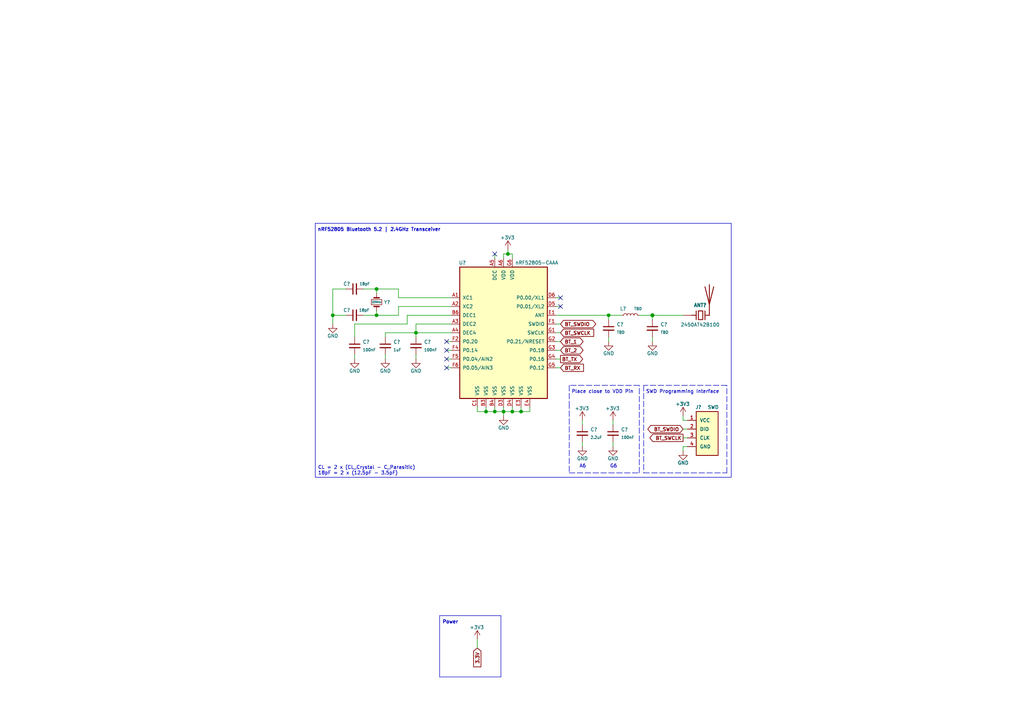
<source format=kicad_sch>
(kicad_sch (version 20201015) (generator eeschema)
  (paper "A4")
  (title_block (title "nRF52805 Bluetooth 5.2 SoC") (date "2020-10-20") (rev "1") (company "Drawn by: Hojadurdy Durdygylyjov") (comment 1 "nRF52805 Bluetooth 5.2 | 2.4GHz Transceiver") (comment 2 "CC Attribution-ShareAlike 4.0 International"))
  (lib_symbols
    (symbol "Device:C_Small" (pin_numbers hide) (pin_names (offset 0.254) hide)
      (property "Reference" "C" (at 0.254 1.778 0))
      (property "Value" "C_Small" (at 0.254 -2.032 0))
      (symbol "C_Small_0_1"
        (polyline (pts (xy -1.524 -0.508) (xy 1.524 -0.508)) (stroke (width 0.3302)))
        (polyline (pts (xy -1.524 0.508) (xy 1.524 0.508)) (stroke (width 0.3048)))
      )
      (symbol "C_Small_1_1"
        (pin passive line (at 0 2.54 270) (length 2.032) (name "~") (number "1"))
        (pin passive line (at 0 -2.54 90) (length 2.032) (name "~") (number "2"))
      )
    )
    (symbol "HD_LibDB:Antenna_Chip" (pin_numbers hide) (pin_names (offset 1.016) hide)
      (property "Reference" "ANT" (at -5.08 6.35 0))
      (property "Value" "Antenna_Chip" (at -5.08 4.445 0))
      (symbol "Antenna_Chip_0_1"
        (polyline (pts (xy -2.54 0) (xy -1.27 0)) (stroke (width 0.254)))
        (polyline (pts (xy -2.54 8.89) (xy -2.54 0)) (stroke (width 0.254)))
        (polyline (pts (xy 1.27 0) (xy 2.54 0)) (stroke (width 0.254)))
        (polyline (pts (xy 1.27 1.27) (xy 1.27 -1.27)) (stroke (width 0.254)))
        (polyline (pts (xy -1.27 1.27) (xy -1.27 -1.27) (xy -1.27 0)) (stroke (width 0.254)))
        (polyline (pts (xy -1.27 8.255) (xy -2.54 3.175) (xy -3.81 8.255)) (stroke (width 0.254)))
        (polyline (pts (xy -0.635 1.27) (xy 0.635 1.27) (xy 0.635 -1.27) (xy -0.635 -1.27) (xy -0.635 1.27)) (stroke (width 0.254)))
      )
      (symbol "Antenna_Chip_1_1"
        (pin passive line (at 5.08 0 180) (length 2.54) (name "FEED") (number "1"))
      )
    )
    (symbol "HD_LibDB:SWD" (pin_names (offset 1.016))
      (property "Reference" "J" (at -2.54 8.89 0))
      (property "Value" "SWD" (at 1.27 8.89 0))
      (symbol "SWD_0_1"
        (rectangle (start -2.54 7.62) (end 3.81 -5.08) (stroke (width 0.254)) (fill (type background)))
      )
      (symbol "SWD_1_1"
        (pin power_in line (at -5.08 5.08 0) (length 2.54) (name "VCC") (number "1"))
        (pin bidirectional line (at -5.08 2.54 0) (length 2.54) (name "DIO") (number "2"))
        (pin bidirectional line (at -5.08 0 0) (length 2.54) (name "CLK") (number "3"))
        (pin power_in line (at -5.08 -2.54 0) (length 2.54) (name "GND") (number "4"))
      )
    )
    (symbol "HD_LibDB:nRF52805-CAAA" (pin_names (offset 0.762))
      (property "Reference" "U" (at -12.7 20.32 0))
      (property "Value" "nRF52805-CAAA" (at 3.81 20.32 0))
      (symbol "nRF52805-CAAA_0_0"
        (pin input line (at -15.24 10.16 0) (length 2.54) (name "XC1") (number "A1"))
        (pin input line (at -15.24 7.62 0) (length 2.54) (name "XC2") (number "A2"))
        (pin passive line (at -15.24 2.54 0) (length 2.54) (name "DEC2") (number "A3"))
        (pin passive line (at -15.24 0 0) (length 2.54) (name "DEC4") (number "A4"))
        (pin power_out line (at -2.54 21.59 270) (length 2.54) (name "DCC") (number "A5"))
        (pin power_in line (at 0 21.59 270) (length 2.54) (name "VDD") (number "A6"))
        (pin power_in line (at -5.08 -21.59 90) (length 2.54) (name "VSS") (number "B3"))
        (pin power_in line (at -2.54 -21.59 90) (length 2.54) (name "VSS") (number "B4"))
        (pin passive line (at -15.24 5.08 0) (length 2.54) (name "DEC1") (number "B6"))
        (pin power_in line (at -7.62 -21.59 90) (length 2.54) (name "VSS") (number "C1"))
        (pin power_in line (at 0 -21.59 90) (length 2.54) (name "VSS") (number "D3"))
        (pin power_in line (at 2.54 -21.59 90) (length 2.54) (name "VSS") (number "D4"))
        (pin bidirectional line (at 15.24 7.62 180) (length 2.54) (name "P0.01/XL2") (number "D5"))
        (pin bidirectional line (at 15.24 10.16 180) (length 2.54) (name "P0.00/XL1") (number "D6"))
        (pin bidirectional line (at 15.24 5.08 180) (length 2.54) (name "ANT") (number "E1"))
        (pin power_in line (at 5.08 -21.59 90) (length 2.54) (name "VSS") (number "E3"))
        (pin power_in line (at 7.62 -21.59 90) (length 2.54) (name "VSS") (number "E4"))
        (pin bidirectional line (at 15.24 2.54 180) (length 2.54) (name "SWDIO") (number "F1"))
        (pin bidirectional line (at -15.24 -2.54 0) (length 2.54) (name "P0.20") (number "F2"))
        (pin bidirectional line (at -15.24 -5.08 0) (length 2.54) (name "P0.14") (number "F4"))
        (pin bidirectional line (at -15.24 -7.62 0) (length 2.54) (name "P0.04/AIN2") (number "F5"))
        (pin bidirectional line (at -15.24 -10.16 0) (length 2.54) (name "P0.05/AIN3") (number "F6"))
        (pin input line (at 15.24 0 180) (length 2.54) (name "SWCLK") (number "G1"))
        (pin bidirectional line (at 15.24 -2.54 180) (length 2.54) (name "P0.21/NRESET") (number "G2"))
        (pin bidirectional line (at 15.24 -5.08 180) (length 2.54) (name "P0.18") (number "G3"))
        (pin bidirectional line (at 15.24 -7.62 180) (length 2.54) (name "P0.16") (number "G4"))
        (pin bidirectional line (at 15.24 -10.16 180) (length 2.54) (name "P0.12") (number "G5"))
        (pin power_in line (at 2.54 21.59 270) (length 2.54) (name "VDD") (number "G6"))
      )
      (symbol "nRF52805-CAAA_0_1"
        (rectangle (start -12.7 19.05) (end 12.7 -19.05) (stroke (width 0.3)) (fill (type background)))
      )
    )
    (symbol "HD_LibSym:+3.3V_1" (power) (pin_names (offset 0))
      (property "Value" "+3.3V" (at 0 3.556 0))
      (symbol "+3.3V_1_0_1"
        (polyline (pts (xy -0.762 1.27) (xy 0 2.54)))
        (polyline (pts (xy 0 0) (xy 0 2.54)))
        (polyline (pts (xy 0 2.54) (xy 0.762 1.27)))
      )
      (symbol "+3.3V_1_1_1"
        (pin power_in line (at 0 0 90) (length 0) hide (name "+3V3") (number "1"))
      )
    )
    (symbol "HD_LibSym:Crystal_Small" (pin_numbers hide) (pin_names (offset 1.016) hide)
      (property "Reference" "Y" (at 0 5.08 0))
      (property "Value" "Crystal_Small" (at 0 3.175 0))
      (symbol "Crystal_Small_0_1"
        (rectangle (start -0.762 -1.524) (end 0.762 1.524))
        (polyline (pts (xy -1.27 -0.762) (xy -1.27 0.762)) (stroke (width 0.381)))
        (polyline (pts (xy 1.27 -0.762) (xy 1.27 0.762)) (stroke (width 0.381)))
      )
      (symbol "Crystal_Small_1_1"
        (pin passive line (at -2.54 0 0) (length 1.27) (name "1") (number "1"))
        (pin passive line (at 2.54 0 180) (length 1.27) (name "3") (number "3"))
      )
    )
    (symbol "HD_LibSym:L_Small" (pin_numbers hide) (pin_names (offset 0.254) hide)
      (property "Reference" "L" (at 0.762 1.016 0))
      (property "Value" "L_Small" (at 0.762 -1.016 0))
      (symbol "L_Small_0_1"
        (arc (start 0 -2.032) (end 0 -1.016) (radius (at 0 -1.524) (length 0.508) (angles -89.9 89.9)) (stroke (width 0.15)))
        (arc (start 0 -1.016) (end 0 0) (radius (at 0 -0.508) (length 0.508) (angles -89.9 89.9)) (stroke (width 0.15)))
        (arc (start 0 0) (end 0 1.016) (radius (at 0 0.508) (length 0.508) (angles -89.9 89.9)) (stroke (width 0.15)))
        (arc (start 0 1.016) (end 0 2.032) (radius (at 0 1.524) (length 0.508) (angles -89.9 89.9)) (stroke (width 0.15)))
      )
      (symbol "L_Small_1_1"
        (pin passive line (at 0 2.54 270) (length 0.508) (name "~") (number "1"))
        (pin passive line (at 0 -2.54 90) (length 0.508) (name "~") (number "2"))
      )
    )
    (symbol "power:GND" (power) (pin_names (offset 0))
      (property "Value" "GND" (at 0 -3.81 0))
      (symbol "GND_0_1"
        (polyline (pts (xy 0 0) (xy 0 -1.27) (xy 1.27 -1.27) (xy 0 -2.54) (xy -1.27 -1.27) (xy 0 -1.27)))
      )
      (symbol "GND_1_1"
        (pin power_in line (at 0 0 270) (length 0) hide (name "GND") (number "1"))
      )
    )
  )
  (junction (at 96.52 91.44) (diameter 0.9144))
  (junction (at 109.22 83.82) (diameter 0.9144))
  (junction (at 109.22 91.44) (diameter 0.9144))
  (junction (at 120.65 96.52) (diameter 0.9144))
  (junction (at 140.97 119.38) (diameter 0.9144))
  (junction (at 143.51 119.38) (diameter 0.9144))
  (junction (at 146.05 119.38) (diameter 0.9144))
  (junction (at 147.32 73.66) (diameter 0.9144))
  (junction (at 148.59 119.38) (diameter 0.9144))
  (junction (at 151.13 119.38) (diameter 0.9144))
  (junction (at 176.53 91.44) (diameter 0.9144))
  (junction (at 189.23 91.44) (diameter 1.016))
  (no_connect (at 129.54 101.6))
  (no_connect (at 129.54 104.14))
  (no_connect (at 162.56 86.36))
  (no_connect (at 129.54 99.06))
  (no_connect (at 129.54 106.68))
  (no_connect (at 162.56 88.9))
  (no_connect (at 143.51 73.66))
  (wire (pts (xy 96.52 83.82) (xy 96.52 91.44)))
  (wire (pts (xy 96.52 91.44) (xy 96.52 93.98)))
  (wire (pts (xy 96.52 91.44) (xy 100.33 91.44)))
  (wire (pts (xy 100.33 83.82) (xy 96.52 83.82)))
  (wire (pts (xy 102.87 93.98) (xy 118.11 93.98)))
  (wire (pts (xy 102.87 97.79) (xy 102.87 93.98)))
  (wire (pts (xy 102.87 102.87) (xy 102.87 104.14)))
  (wire (pts (xy 105.41 83.82) (xy 109.22 83.82)))
  (wire (pts (xy 105.41 91.44) (xy 109.22 91.44)))
  (wire (pts (xy 109.22 83.82) (xy 115.57 83.82)))
  (wire (pts (xy 109.22 85.09) (xy 109.22 83.82)))
  (wire (pts (xy 109.22 90.17) (xy 109.22 91.44)))
  (wire (pts (xy 111.76 96.52) (xy 120.65 96.52)))
  (wire (pts (xy 111.76 97.79) (xy 111.76 96.52)))
  (wire (pts (xy 111.76 102.87) (xy 111.76 104.14)))
  (wire (pts (xy 115.57 83.82) (xy 115.57 86.36)))
  (wire (pts (xy 115.57 86.36) (xy 130.81 86.36)))
  (wire (pts (xy 115.57 88.9) (xy 115.57 91.44)))
  (wire (pts (xy 115.57 88.9) (xy 130.81 88.9)))
  (wire (pts (xy 115.57 91.44) (xy 109.22 91.44)))
  (wire (pts (xy 118.11 91.44) (xy 130.81 91.44)))
  (wire (pts (xy 118.11 93.98) (xy 118.11 91.44)))
  (wire (pts (xy 120.65 93.98) (xy 120.65 96.52)))
  (wire (pts (xy 120.65 96.52) (xy 120.65 97.79)))
  (wire (pts (xy 120.65 96.52) (xy 130.81 96.52)))
  (wire (pts (xy 120.65 102.87) (xy 120.65 104.14)))
  (wire (pts (xy 129.54 99.06) (xy 130.81 99.06)))
  (wire (pts (xy 129.54 101.6) (xy 130.81 101.6)))
  (wire (pts (xy 129.54 104.14) (xy 130.81 104.14)))
  (wire (pts (xy 129.54 106.68) (xy 130.81 106.68)))
  (wire (pts (xy 130.81 93.98) (xy 120.65 93.98)))
  (wire (pts (xy 138.43 118.11) (xy 138.43 119.38)))
  (wire (pts (xy 138.43 119.38) (xy 140.97 119.38)))
  (wire (pts (xy 138.43 185.42) (xy 138.43 187.96)))
  (wire (pts (xy 140.97 118.11) (xy 140.97 119.38)))
  (wire (pts (xy 140.97 119.38) (xy 143.51 119.38)))
  (wire (pts (xy 143.51 73.66) (xy 143.51 74.93)))
  (wire (pts (xy 143.51 118.11) (xy 143.51 119.38)))
  (wire (pts (xy 143.51 119.38) (xy 146.05 119.38)))
  (wire (pts (xy 146.05 73.66) (xy 146.05 74.93)))
  (wire (pts (xy 146.05 118.11) (xy 146.05 119.38)))
  (wire (pts (xy 146.05 119.38) (xy 146.05 120.65)))
  (wire (pts (xy 146.05 119.38) (xy 148.59 119.38)))
  (wire (pts (xy 147.32 72.39) (xy 147.32 73.66)))
  (wire (pts (xy 147.32 73.66) (xy 146.05 73.66)))
  (wire (pts (xy 148.59 73.66) (xy 147.32 73.66)))
  (wire (pts (xy 148.59 73.66) (xy 148.59 74.93)))
  (wire (pts (xy 148.59 118.11) (xy 148.59 119.38)))
  (wire (pts (xy 148.59 119.38) (xy 151.13 119.38)))
  (wire (pts (xy 151.13 118.11) (xy 151.13 119.38)))
  (wire (pts (xy 151.13 119.38) (xy 153.67 119.38)))
  (wire (pts (xy 153.67 119.38) (xy 153.67 118.11)))
  (wire (pts (xy 161.29 86.36) (xy 162.56 86.36)))
  (wire (pts (xy 161.29 88.9) (xy 162.56 88.9)))
  (wire (pts (xy 161.29 91.44) (xy 176.53 91.44)))
  (wire (pts (xy 161.29 93.98) (xy 162.56 93.98)))
  (wire (pts (xy 161.29 96.52) (xy 162.56 96.52)))
  (wire (pts (xy 161.29 99.06) (xy 162.56 99.06)))
  (wire (pts (xy 161.29 101.6) (xy 162.56 101.6)))
  (wire (pts (xy 161.29 104.14) (xy 162.56 104.14)))
  (wire (pts (xy 161.29 106.68) (xy 162.56 106.68)))
  (wire (pts (xy 168.91 121.92) (xy 168.91 123.19)))
  (wire (pts (xy 168.91 128.27) (xy 168.91 129.54)))
  (wire (pts (xy 176.53 92.71) (xy 176.53 91.44)))
  (wire (pts (xy 176.53 97.79) (xy 176.53 99.06)))
  (wire (pts (xy 177.8 121.92) (xy 177.8 123.19)))
  (wire (pts (xy 177.8 128.27) (xy 177.8 129.54)))
  (wire (pts (xy 180.34 91.44) (xy 176.53 91.44)))
  (wire (pts (xy 185.42 91.44) (xy 189.23 91.44)))
  (wire (pts (xy 189.23 91.44) (xy 189.23 92.71)))
  (wire (pts (xy 189.23 91.44) (xy 198.12 91.44)))
  (wire (pts (xy 189.23 97.79) (xy 189.23 99.06)))
  (wire (pts (xy 198.12 121.92) (xy 198.12 120.65)))
  (wire (pts (xy 198.12 124.46) (xy 199.39 124.46)))
  (wire (pts (xy 198.12 127) (xy 199.39 127)))
  (wire (pts (xy 198.12 129.54) (xy 198.12 130.81)))
  (wire (pts (xy 199.39 121.92) (xy 198.12 121.92)))
  (wire (pts (xy 199.39 129.54) (xy 198.12 129.54)))
  (polyline (pts (xy 91.44 64.77) (xy 91.44 138.43)) (stroke (width 0) (type solid)))
  (polyline (pts (xy 91.44 64.77) (xy 212.09 64.77)) (stroke (width 0) (type solid)))
  (polyline (pts (xy 127.508 178.562) (xy 127.508 196.342)) (stroke (width 0.152) (type solid)))
  (polyline (pts (xy 127.508 196.342) (xy 145.288 196.342)) (stroke (width 0.152) (type solid)))
  (polyline (pts (xy 145.288 178.562) (xy 127.508 178.562)) (stroke (width 0.152) (type solid)))
  (polyline (pts (xy 145.288 178.562) (xy 145.288 196.342)) (stroke (width 0.152) (type solid)))
  (polyline (pts (xy 165.1 111.76) (xy 165.1 116.84)) (stroke (width 0) (type dash)))
  (polyline (pts (xy 165.1 116.84) (xy 165.1 137.16)) (stroke (width 0) (type dash)))
  (polyline (pts (xy 165.1 137.16) (xy 185.42 137.16)) (stroke (width 0) (type dash)))
  (polyline (pts (xy 185.42 111.76) (xy 165.1 111.76)) (stroke (width 0) (type dash)))
  (polyline (pts (xy 185.42 137.16) (xy 185.42 111.76)) (stroke (width 0) (type dash)))
  (polyline (pts (xy 186.69 111.76) (xy 186.69 137.16)) (stroke (width 0) (type dash)))
  (polyline (pts (xy 186.69 137.16) (xy 210.82 137.16)) (stroke (width 0) (type dash)))
  (polyline (pts (xy 210.82 111.76) (xy 186.69 111.76)) (stroke (width 0) (type dash)))
  (polyline (pts (xy 210.82 137.16) (xy 210.82 111.76)) (stroke (width 0) (type dash)))
  (polyline (pts (xy 212.09 64.77) (xy 212.09 138.43)) (stroke (width 0) (type solid)))
  (polyline (pts (xy 212.09 138.43) (xy 91.44 138.43)) (stroke (width 0) (type solid)))
  (text "nRF52805 Bluetooth 5.2 | 2.4GHz Transceiver" (at 92.075 67.31 0) (effects (font (size 1 1) (thickness 0.2) bold) (justify left bottom)))
  (text "CL = 2 x (CL_Crystal - C_Parasitic)\n18pF = 2 x (12.5pF - 3.5pF)" (at 92.202 137.922 0) (effects (font (size 1 1)) (justify left bottom)))
  (text "Power" (at 128.27 181.102 0) (effects (font (size 1 1) (thickness 0.2) bold) (justify left bottom)))
  (text "Place close to VDD Pin" (at 165.735 114.3 0) (effects (font (size 1 1)) (justify left bottom)))
  (text "A6" (at 168.021 135.89 0) (effects (font (size 1 1)) (justify left bottom)))
  (text "G6" (at 176.911 135.89 0) (effects (font (size 1 1)) (justify left bottom)))
  (text "SWD Programming Interface" (at 187.325 114.3 0) (effects (font (size 1 1)) (justify left bottom)))
  (global_label "3.3V" (shape input) (at 138.43 187.96 270) (property "Intersheet References" "${INTERSHEET_REFS}" (effects hide)) (effects (font (size 1 1) (thickness 0.2) bold)))
  (global_label "BT_SWDIO" (shape bidirectional) (at 162.56 93.98 0) (property "Intersheet References" "${INTERSHEET_REFS}" (effects hide)) (effects (font (size 1 1) (thickness 0.2) bold)))
  (global_label "BT_SWCLK" (shape input) (at 162.56 96.52 0) (property "Intersheet References" "${INTERSHEET_REFS}" (effects hide)) (effects (font (size 1 1) (thickness 0.2) bold)))
  (global_label "BT_1" (shape bidirectional) (at 162.56 99.06 0) (property "Intersheet References" "${INTERSHEET_REFS}" (effects hide)) (effects (font (size 1 1) (thickness 0.2) bold)))
  (global_label "BT_2" (shape bidirectional) (at 162.56 101.6 0) (property "Intersheet References" "${INTERSHEET_REFS}" (effects hide)) (effects (font (size 1 1) (thickness 0.2) bold)))
  (global_label "BT_TX" (shape output) (at 162.56 104.14 0) (property "Intersheet References" "${INTERSHEET_REFS}" (effects hide)) (effects (font (size 1 1) (thickness 0.2) bold)))
  (global_label "BT_RX" (shape input) (at 162.56 106.68 0) (property "Intersheet References" "${INTERSHEET_REFS}" (effects hide)) (effects (font (size 1 1) (thickness 0.2) bold)))
  (global_label "BT_SWDIO" (shape bidirectional) (at 198.12 124.46 180) (property "Intersheet References" "${INTERSHEET_REFS}" (effects hide)) (effects (font (size 1 1) (thickness 0.2) bold)))
  (global_label "BT_SWCLK" (shape output) (at 198.12 127 180) (property "Intersheet References" "${INTERSHEET_REFS}" (effects hide)) (effects (font (size 1 1) (thickness 0.2) bold)))
  (symbol (lib_id "HD_LibSym:L_Small") (at 182.88 91.44 270) (mirror x) (unit 1)
    (property "Reference" "L?" (at 180.721 89.535 90) (effects (font (size 1 1))))
    (property "Value" "TBD" (at 185.039 89.535 90) (effects (font (size 0.8 0.8))))
    (property "Footprint" "Inductor_SMD:L_0201_0603Metric" (effects hide))
  )
  (symbol (lib_name "HD_LibSym:+3.3V_1") (lib_id "HD_LibSym:+3.3V") (at 138.43 185.42 0) (unit 1)
    (property "Reference" "#PWR?" (effects hide))
    (property "Value" "+3.3V" (at 138.2903 181.9479 0) (effects (font (size 1 1))))
  )
  (symbol (lib_name "HD_LibSym:+3.3V_1") (lib_id "HD_LibSym:+3.3V") (at 147.32 72.39 0) (unit 1)
    (property "Reference" "#PWR?" (effects hide))
    (property "Value" "+3.3V" (at 147.1803 68.9179 0) (effects (font (size 1 1))))
  )
  (symbol (lib_name "HD_LibSym:+3.3V_1") (lib_id "HD_LibSym:+3.3V") (at 168.91 121.92 0) (unit 1)
    (property "Reference" "#PWR?" (effects hide))
    (property "Value" "+3.3V" (at 168.7703 118.4479 0) (effects (font (size 1 1))))
  )
  (symbol (lib_name "HD_LibSym:+3.3V_1") (lib_id "HD_LibSym:+3.3V") (at 177.8 121.92 0) (unit 1)
    (property "Reference" "#PWR?" (effects hide))
    (property "Value" "+3.3V" (at 177.6603 118.4479 0) (effects (font (size 1 1))))
  )
  (symbol (lib_name "HD_LibSym:+3.3V_1") (lib_id "HD_LibSym:+3.3V") (at 198.12 120.65 0) (unit 1)
    (property "Reference" "#PWR?" (effects hide))
    (property "Value" "+3.3V" (at 197.9803 117.1779 0) (effects (font (size 1 1))))
  )
  (symbol (lib_id "power:GND") (at 96.52 93.98 0) (mirror y) (unit 1)
    (property "Reference" "#PWR?" (effects hide))
    (property "Value" "GND" (at 96.533 97.415 0) (effects (font (size 1 1))))
  )
  (symbol (lib_id "power:GND") (at 102.87 104.14 0) (mirror y) (unit 1)
    (property "Reference" "#PWR?" (effects hide))
    (property "Value" "GND" (at 102.883 107.575 0) (effects (font (size 1 1))))
  )
  (symbol (lib_id "power:GND") (at 111.76 104.14 0) (mirror y) (unit 1)
    (property "Reference" "#PWR?" (effects hide))
    (property "Value" "GND" (at 111.773 107.575 0) (effects (font (size 1 1))))
  )
  (symbol (lib_id "power:GND") (at 120.65 104.14 0) (mirror y) (unit 1)
    (property "Reference" "#PWR?" (effects hide))
    (property "Value" "GND" (at 120.663 107.575 0) (effects (font (size 1 1))))
  )
  (symbol (lib_id "power:GND") (at 146.05 120.65 0) (mirror y) (unit 1)
    (property "Reference" "#PWR?" (effects hide))
    (property "Value" "GND" (at 146.063 124.085 0) (effects (font (size 1 1))))
  )
  (symbol (lib_id "power:GND") (at 168.91 129.54 0) (mirror y) (unit 1)
    (property "Reference" "#PWR?" (effects hide))
    (property "Value" "GND" (at 168.923 132.975 0) (effects (font (size 1 1))))
  )
  (symbol (lib_id "power:GND") (at 176.53 99.06 0) (mirror y) (unit 1)
    (property "Reference" "#PWR?" (effects hide))
    (property "Value" "GND" (at 176.543 102.495 0) (effects (font (size 1 1))))
  )
  (symbol (lib_id "power:GND") (at 177.8 129.54 0) (mirror y) (unit 1)
    (property "Reference" "#PWR?" (effects hide))
    (property "Value" "GND" (at 177.813 132.975 0) (effects (font (size 1 1))))
  )
  (symbol (lib_id "power:GND") (at 189.23 99.06 0) (mirror y) (unit 1)
    (property "Reference" "#PWR?" (effects hide))
    (property "Value" "GND" (at 189.243 102.495 0) (effects (font (size 1 1))))
  )
  (symbol (lib_id "power:GND") (at 198.12 130.81 0) (mirror y) (unit 1)
    (property "Reference" "#PWR?" (effects hide))
    (property "Value" "GND" (at 198.133 134.245 0) (effects (font (size 1 1))))
  )
  (symbol (lib_id "HD_LibSym:Crystal_Small") (at 109.22 87.63 90) (unit 1)
    (property "Reference" "Y?" (at 111.303 87.681 90) (effects (font (size 1 1)) (justify right)))
    (property "Value" "32MHz" (at 107.823 87.63 90) (effects (font (size 0.55 0.55)) (justify right)))
    (property "Footprint" "Crystal:Crystal_SMD_2016-4Pin_2.0x1.6mm" (effects hide))
  )
  (symbol (lib_id "Device:C_Small") (at 102.87 83.82 90) (mirror x) (unit 1)
    (property "Reference" "C?" (at 101.594 82.334 90) (effects (font (size 1 1)) (justify left)))
    (property "Value" "18pF" (at 107.321 82.334 90) (effects (font (size 0.8 0.8)) (justify left)))
    (property "Footprint" "Capacitor_SMD:C_0201_0603Metric" (effects hide))
    (property "Voltage" "25V" (effects hide))
  )
  (symbol (lib_id "Device:C_Small") (at 102.87 91.44 90) (mirror x) (unit 1)
    (property "Reference" "C?" (at 101.594 89.954 90) (effects (font (size 1 1)) (justify left)))
    (property "Value" "18pF" (at 107.194 89.954 90) (effects (font (size 0.8 0.8)) (justify left)))
    (property "Footprint" "Capacitor_SMD:C_0201_0603Metric" (effects hide))
    (property "Voltage" "25V" (effects hide))
  )
  (symbol (lib_id "Device:C_Small") (at 102.87 100.33 0) (unit 1)
    (property "Reference" "C?" (at 105.194 99.181 0) (effects (font (size 1 1)) (justify left)))
    (property "Value" "100nF" (at 105.194 101.479 0) (effects (font (size 0.8 0.8)) (justify left)))
    (property "Footprint" "Capacitor_SMD:C_0201_0603Metric" (effects hide))
    (property "Voltage" "10V" (effects hide))
  )
  (symbol (lib_id "Device:C_Small") (at 111.76 100.33 0) (unit 1)
    (property "Reference" "C?" (at 114.084 99.181 0) (effects (font (size 1 1)) (justify left)))
    (property "Value" "1uF" (at 114.084 101.479 0) (effects (font (size 0.8 0.8)) (justify left)))
    (property "Footprint" "Capacitor_SMD:C_0402_1005Metric" (effects hide))
    (property "Voltage" "6.3V" (effects hide))
  )
  (symbol (lib_id "Device:C_Small") (at 120.65 100.33 0) (unit 1)
    (property "Reference" "C?" (at 122.974 99.181 0) (effects (font (size 1 1)) (justify left)))
    (property "Value" "100nF" (at 122.974 101.479 0) (effects (font (size 0.8 0.8)) (justify left)))
    (property "Footprint" "Capacitor_SMD:C_0201_0603Metric" (effects hide))
    (property "Voltage" "10V" (effects hide))
  )
  (symbol (lib_id "Device:C_Small") (at 168.91 125.73 0) (unit 1)
    (property "Reference" "C?" (at 171.234 124.581 0) (effects (font (size 1 1)) (justify left)))
    (property "Value" "2.2uF" (at 171.234 126.879 0) (effects (font (size 0.8 0.8)) (justify left)))
    (property "Footprint" "Capacitor_SMD:C_0402_1005Metric" (effects hide))
    (property "Voltage" "6.3V" (effects hide))
  )
  (symbol (lib_id "Device:C_Small") (at 176.53 95.25 0) (unit 1)
    (property "Reference" "C?" (at 178.854 94.101 0) (effects (font (size 1 1)) (justify left)))
    (property "Value" "TBD" (at 178.854 96.399 0) (effects (font (size 0.8 0.8)) (justify left)))
    (property "Footprint" "Capacitor_SMD:C_0201_0603Metric" (effects hide))
  )
  (symbol (lib_id "Device:C_Small") (at 177.8 125.73 0) (unit 1)
    (property "Reference" "C?" (at 180.124 124.581 0) (effects (font (size 1 1)) (justify left)))
    (property "Value" "100nF" (at 180.124 126.879 0) (effects (font (size 0.8 0.8)) (justify left)))
    (property "Footprint" "Capacitor_SMD:C_0201_0603Metric" (effects hide))
    (property "Voltage" "10V" (effects hide))
  )
  (symbol (lib_id "Device:C_Small") (at 189.23 95.25 0) (unit 1)
    (property "Reference" "C?" (at 191.554 94.101 0) (effects (font (size 1 1)) (justify left)))
    (property "Value" "TBD" (at 191.554 96.399 0) (effects (font (size 0.8 0.8)) (justify left)))
    (property "Footprint" "Capacitor_SMD:C_0201_0603Metric" (effects hide))
  )
  (symbol (lib_id "HD_LibDB:Antenna_Chip") (at 203.2 91.44 0) (mirror y) (unit 1)
    (property "Reference" "ANT?" (at 203.073 88.517 0) (effects (font (size 1 1) (thickness 23546.9672))))
    (property "Value" "2450AT42B100" (at 203.073 94.191 0) (effects (font (size 1 1))))
    (property "Footprint" "HD_ModDB:2450AT42B100E" (effects hide))
  )
  (symbol (lib_id "HD_LibDB:SWD") (at 204.47 127 0) (unit 1)
    (property "Reference" "J?" (at 201.676 118.11 0) (effects (font (size 0.991 0.991)) (justify left)))
    (property "Value" "SWD" (at 205.232 118.11 0) (effects (font (size 0.991 0.991)) (justify left)))
    (property "Footprint" "HD_ModDB:SWD_Pogo_Pad" (effects hide))
    (property "Datasheet" " ~" (effects hide))
  )
  (symbol (lib_id "HD_LibDB:nRF52805-CAAA") (at 146.05 96.52 0) (unit 1)
    (property "Reference" "U?" (at 134.112 76.2 0) (effects (font (size 1 1))))
    (property "Value" "nRF52805-CAAA" (at 155.702 76.2 0) (effects (font (size 1 1))))
    (property "Footprint" "HD_ModDB:NRF52805-CAAA" (effects hide))
  )
)
</source>
